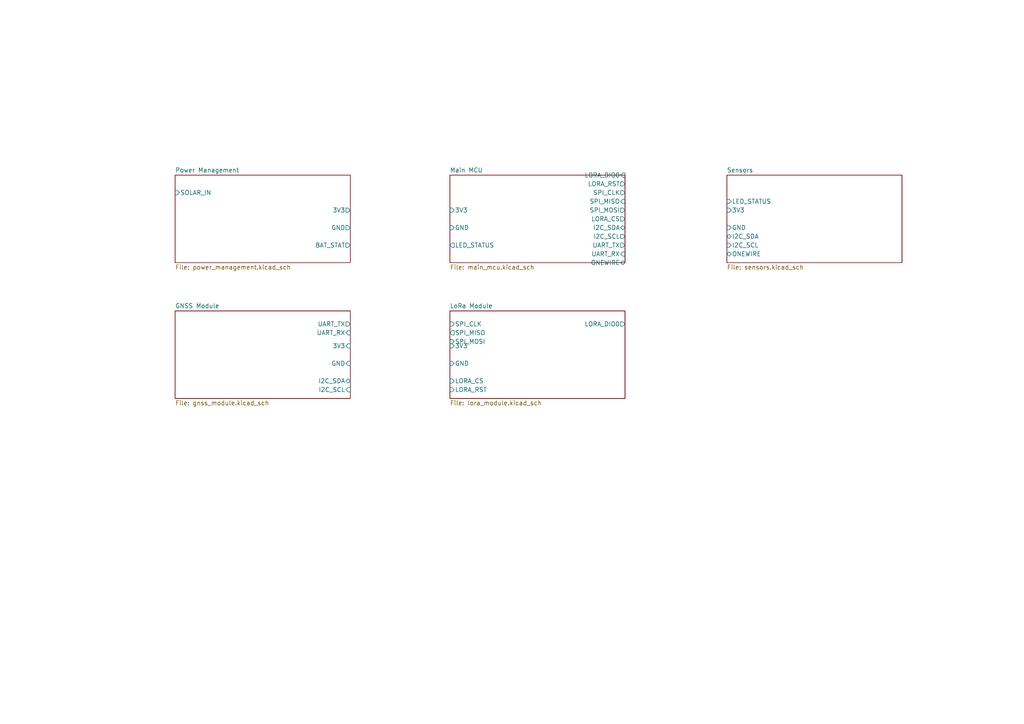
<source format=kicad_sch>
(kicad_sch
	(version 20250114)
	(generator "eeschema")
	(generator_version "9.0")
	(uuid "e63e39d7-6ac0-4ffd-8aa3-1841a4541b55")
	(paper "A4")
	(title_block
		(title "CowTag - Sistema Principal")
		(date "2025-06-21")
		(rev "v1.1")
		(company "FarmTag")
		(comment 1 "Collar inteligente para ganado")
		(comment 2 "GNSS + LoRa + Sensores + Solar")
		(comment 3 "Alcance >10km, Autonomía >30 días")
		(comment 4 "Diseño jerárquico modular")
	)
	(lib_symbols)
	(sheet
		(at 50.8 50.8)
		(size 50.8 25.4)
		(exclude_from_sim no)
		(in_bom yes)
		(on_board yes)
		(dnp no)
		(fields_autoplaced yes)
		(stroke
			(width 0.1524)
			(type solid)
		)
		(fill
			(color 0 0 0 0.0000)
		)
		(uuid "a98e83b6-08f6-4b22-9d8a-7b5c50f3f842")
		(property "Sheetname" "Power Management"
			(at 50.8 50.0894 0)
			(effects
				(font
					(size 1.27 1.27)
				)
				(justify left bottom)
			)
		)
		(property "Sheetfile" "power_management.kicad_sch"
			(at 50.8 76.7846 0)
			(effects
				(font
					(size 1.27 1.27)
				)
				(justify left top)
			)
		)
		(pin "3V3" output
			(at 101.6 60.96 0)
			(uuid "31b1e0c4-f8a9-4f5d-b2e8-9c4d7e6f1a2b")
			(effects
				(font
					(size 1.27 1.27)
				)
				(justify right)
			)
		)
		(pin "GND" output
			(at 101.6 66.04 0)
			(uuid "699bd837-1e2a-4275-8091-bdc9aa93330b")
			(effects
				(font
					(size 1.27 1.27)
				)
				(justify right)
			)
		)
		(pin "SOLAR_IN" input
			(at 50.8 55.88 180)
			(uuid "09b7da23-4c1d-4b28-93a0-48d257d14400")
			(effects
				(font
					(size 1.27 1.27)
				)
				(justify left)
			)
		)
		(pin "BAT_STAT" output
			(at 101.6 71.12 0)
			(uuid "993e2fbf-a249-4b62-8db4-970a0d0f30b6")
			(effects
				(font
					(size 1.27 1.27)
				)
				(justify right)
			)
		)
		(instances
			(project "cowtag_v1"
				(path "/e63e39d7-6ac0-4ffd-8aa3-1841a4541b55"
					(page "2")
				)
			)
		)
	)
	(sheet
		(at 130.48 90.17)
		(size 50.8 25.4)
		(exclude_from_sim no)
		(in_bom yes)
		(on_board yes)
		(dnp no)
		(fields_autoplaced yes)
		(stroke
			(width 0.1524)
			(type solid)
		)
		(fill
			(color 0 0 0 0.0000)
		)
		(uuid "b4e94d73-8f61-4c83-a5e4-73f2a6b9de42")
		(property "Sheetname" "LoRa Module"
			(at 130.48 89.4594 0)
			(effects
				(font
					(size 1.27 1.27)
				)
				(justify left bottom)
			)
		)
		(property "Sheetfile" "lora_module.kicad_sch"
			(at 130.48 116.1546 0)
			(effects
				(font
					(size 1.27 1.27)
				)
				(justify left top)
			)
		)
		(pin "3V3" input
			(at 130.48 100.33 180)
			(uuid "a9fb6856-25d1-4ce0-9cbb-44907ad2d602")
			(effects
				(font
					(size 1.27 1.27)
				)
				(justify left)
			)
		)
		(pin "GND" input
			(at 130.48 105.41 180)
			(uuid "b9089096-eac3-44f5-835a-81683ee18ce2")
			(effects
				(font
					(size 1.27 1.27)
				)
				(justify left)
			)
		)
		(pin "SPI_CLK" input
			(at 130.48 93.98 180)
			(uuid "e4cc8fed-f66d-455d-b5cd-193af0dd8a3b")
			(effects
				(font
					(size 1.27 1.27)
				)
				(justify left)
			)
		)
		(pin "SPI_MISO" output
			(at 130.48 96.52 180)
			(uuid "3a116f42-d6e1-4bbc-81c9-bcd21e43f033")
			(effects
				(font
					(size 1.27 1.27)
				)
				(justify left)
			)
		)
		(pin "SPI_MOSI" input
			(at 130.48 99.06 180)
			(uuid "8290e300-46e0-4177-b9a4-ee8c34d5ef2d")
			(effects
				(font
					(size 1.27 1.27)
				)
				(justify left)
			)
		)
		(pin "LORA_CS" input
			(at 130.48 110.49 180)
			(uuid "a642a079-3a5d-4b52-a8a0-bc1474377906")
			(effects
				(font
					(size 1.27 1.27)
				)
				(justify left)
			)
		)
		(pin "LORA_RST" input
			(at 130.48 113.03 180)
			(uuid "e9af9cd1-3a78-4163-9cc0-32d97cd57059")
			(effects
				(font
					(size 1.27 1.27)
				)
				(justify left)
			)
		)
		(pin "LORA_DIO0" output
			(at 181.28 93.98 0)
			(uuid "5a7e817b-1509-4bb2-868c-074fffad14a8")
			(effects
				(font
					(size 1.27 1.27)
				)
				(justify right)
			)
		)
		(instances
			(project "cowtag_v1"
				(path "/e63e39d7-6ac0-4ffd-8aa3-1841a4541b55"
					(page "5")
				)
			)
		)
	)
	(sheet
		(at 130.48 50.8)
		(size 50.8 25.4)
		(exclude_from_sim no)
		(in_bom yes)
		(on_board yes)
		(dnp no)
		(fields_autoplaced yes)
		(stroke
			(width 0.1524)
			(type solid)
		)
		(fill
			(color 0 0 0 0.0000)
		)
		(uuid "c7fb5e94-4d91-4e8a-9b5a-67394ab5fb2c")
		(property "Sheetname" "Main MCU"
			(at 130.48 50.0894 0)
			(effects
				(font
					(size 1.27 1.27)
				)
				(justify left bottom)
			)
		)
		(property "Sheetfile" "main_mcu.kicad_sch"
			(at 130.48 76.7846 0)
			(effects
				(font
					(size 1.27 1.27)
				)
				(justify left top)
			)
		)
		(pin "3V3" input
			(at 130.48 60.96 180)
			(uuid "48fe60ad-d3da-4ed2-8c33-464d8364a9f0")
			(effects
				(font
					(size 1.27 1.27)
				)
				(justify left)
			)
		)
		(pin "GND" input
			(at 130.48 66.04 180)
			(uuid "0e06960d-b0d9-40b7-9a6a-37d2fab7cf5d")
			(effects
				(font
					(size 1.27 1.27)
				)
				(justify left)
			)
		)
		(pin "SPI_CLK" output
			(at 181.28 55.88 0)
			(uuid "a0352e04-2afb-4723-bfce-7a3c3115c337")
			(effects
				(font
					(size 1.27 1.27)
				)
				(justify right)
			)
		)
		(pin "SPI_MISO" input
			(at 181.28 58.42 0)
			(uuid "b9d92878-e478-48aa-91a7-384eafdf0f06")
			(effects
				(font
					(size 1.27 1.27)
				)
				(justify right)
			)
		)
		(pin "SPI_MOSI" output
			(at 181.28 60.96 0)
			(uuid "5775fd7c-47a5-4542-9b81-2c1ead916b85")
			(effects
				(font
					(size 1.27 1.27)
				)
				(justify right)
			)
		)
		(pin "I2C_SDA" bidirectional
			(at 181.28 66.04 0)
			(uuid "42944ac7-6f17-437f-b96d-42ce04a94b3b")
			(effects
				(font
					(size 1.27 1.27)
				)
				(justify right)
			)
		)
		(pin "I2C_SCL" output
			(at 181.28 68.58 0)
			(uuid "a24147c9-4e2c-4e22-a79d-617c7eb92bdf")
			(effects
				(font
					(size 1.27 1.27)
				)
				(justify right)
			)
		)
		(pin "UART_TX" output
			(at 181.28 71.12 0)
			(uuid "b6a4b049-c56e-40fc-8e03-a1b442ea0d3c")
			(effects
				(font
					(size 1.27 1.27)
				)
				(justify right)
			)
		)
		(pin "UART_RX" input
			(at 181.28 73.66 0)
			(uuid "c9c49e2b-13f7-4a87-82e5-73d80e8d8c4f")
			(effects
				(font
					(size 1.27 1.27)
				)
				(justify right)
			)
		)
		(pin "ONEWIRE" bidirectional
			(at 181.28 76.2 0)
			(uuid "c26756f7-a998-4d08-83d6-c67de48f60ba")
			(effects
				(font
					(size 1.27 1.27)
				)
				(justify right)
			)
		)
		(pin "LORA_CS" output
			(at 181.28 63.5 0)
			(uuid "19e19da3-c23f-486e-bc4e-bf5764b90479")
			(effects
				(font
					(size 1.27 1.27)
				)
				(justify right)
			)
		)
		(pin "LORA_RST" output
			(at 181.28 53.34 0)
			(uuid "4a3302de-e7d8-4aca-a141-b0995eb92792")
			(effects
				(font
					(size 1.27 1.27)
				)
				(justify right)
			)
		)
		(pin "LORA_DIO0" input
			(at 181.28 50.8 0)
			(uuid "5e9f4bab-885a-40ae-bc23-cc1156d47c8c")
			(effects
				(font
					(size 1.27 1.27)
				)
				(justify right)
			)
		)
		(pin "LED_STATUS" output
			(at 130.48 71.12 180)
			(uuid "5a77c4bc-7583-48b0-8144-162e8de3279a")
			(effects
				(font
					(size 1.27 1.27)
				)
				(justify left)
			)
		)
		(instances
			(project "cowtag_v1"
				(path "/e63e39d7-6ac0-4ffd-8aa3-1841a4541b55"
					(page "4")
				)
			)
		)
	)
	(sheet
		(at 210.82 50.8)
		(size 50.8 25.4)
		(exclude_from_sim no)
		(in_bom yes)
		(on_board yes)
		(dnp no)
		(fields_autoplaced yes)
		(stroke
			(width 0.1524)
			(type solid)
		)
		(fill
			(color 0 0 0 0.0000)
		)
		(uuid "d5e72b94-8f61-4c83-a5e4-73f2a6b9de42")
		(property "Sheetname" "Sensors"
			(at 210.82 50.0894 0)
			(effects
				(font
					(size 1.27 1.27)
				)
				(justify left bottom)
			)
		)
		(property "Sheetfile" "sensors.kicad_sch"
			(at 210.82 76.7846 0)
			(effects
				(font
					(size 1.27 1.27)
				)
				(justify left top)
			)
		)
		(pin "3V3" input
			(at 210.82 60.96 180)
			(uuid "1699a803-f45f-4adb-b576-3480fd7d2d5b")
			(effects
				(font
					(size 1.27 1.27)
				)
				(justify left)
			)
		)
		(pin "GND" input
			(at 210.82 66.04 180)
			(uuid "981b55ec-c8a9-47e3-8cc2-d4d40e833001")
			(effects
				(font
					(size 1.27 1.27)
				)
				(justify left)
			)
		)
		(pin "I2C_SDA" bidirectional
			(at 210.82 68.58 180)
			(uuid "3ba5760f-b34b-4555-8561-cbafebc35626")
			(effects
				(font
					(size 1.27 1.27)
				)
				(justify left)
			)
		)
		(pin "I2C_SCL" input
			(at 210.82 71.12 180)
			(uuid "fcd739e2-5a74-4daf-92eb-851915ddf3eb")
			(effects
				(font
					(size 1.27 1.27)
				)
				(justify left)
			)
		)
		(pin "ONEWIRE" bidirectional
			(at 210.82 73.66 180)
			(uuid "fc9b2700-b1b6-4fbf-a18f-54a96e9ec445")
			(effects
				(font
					(size 1.27 1.27)
				)
				(justify left)
			)
		)
		(pin "LED_STATUS" input
			(at 210.82 58.42 180)
			(uuid "4c505e52-982d-4f62-b7cd-297369f6a27b")
			(effects
				(font
					(size 1.27 1.27)
				)
				(justify left)
			)
		)
		(instances
			(project "cowtag_v1"
				(path "/e63e39d7-6ac0-4ffd-8aa3-1841a4541b55"
					(page "6")
				)
			)
		)
	)
	(sheet
		(at 50.8 90.17)
		(size 50.8 25.4)
		(exclude_from_sim no)
		(in_bom yes)
		(on_board yes)
		(dnp no)
		(fields_autoplaced yes)
		(stroke
			(width 0.1524)
			(type solid)
		)
		(fill
			(color 0 0 0 0.0000)
		)
		(uuid "f8e92d84-7a81-4b73-b2c5-6e7395ba3f51")
		(property "Sheetname" "GNSS Module"
			(at 50.8 89.4594 0)
			(effects
				(font
					(size 1.27 1.27)
				)
				(justify left bottom)
			)
		)
		(property "Sheetfile" "gnss_module.kicad_sch"
			(at 50.8 116.1546 0)
			(effects
				(font
					(size 1.27 1.27)
				)
				(justify left top)
			)
		)
		(pin "3V3" input
			(at 101.6 100.33 0)
			(uuid "7bd5cbe8-55e5-4506-a9a3-ce48cc7ebd0a")
			(effects
				(font
					(size 1.27 1.27)
				)
				(justify right)
			)
		)
		(pin "GND" input
			(at 101.6 105.41 0)
			(uuid "591f716c-f6f4-47fc-bbe3-9da87fbe1671")
			(effects
				(font
					(size 1.27 1.27)
				)
				(justify right)
			)
		)
		(pin "UART_TX" output
			(at 101.6 93.98 0)
			(uuid "454dc34a-74bb-455c-8adb-1faee9ee668c")
			(effects
				(font
					(size 1.27 1.27)
				)
				(justify right)
			)
		)
		(pin "UART_RX" input
			(at 101.6 96.52 0)
			(uuid "5966492e-a209-4b21-b5f8-63de84f60b16")
			(effects
				(font
					(size 1.27 1.27)
				)
				(justify right)
			)
		)
		(pin "I2C_SDA" bidirectional
			(at 101.6 110.49 0)
			(uuid "755a3a5b-a9aa-4919-8c15-6936e9881a6f")
			(effects
				(font
					(size 1.27 1.27)
				)
				(justify right)
			)
		)
		(pin "I2C_SCL" input
			(at 101.6 113.03 0)
			(uuid "4d033ed8-f0fa-4ffb-9305-34f42dc8a2ce")
			(effects
				(font
					(size 1.27 1.27)
				)
				(justify right)
			)
		)
		(instances
			(project "cowtag_v1"
				(path "/e63e39d7-6ac0-4ffd-8aa3-1841a4541b55"
					(page "3")
				)
			)
		)
	)
	(sheet_instances
		(path "/"
			(page "1")
		)
	)
	(embedded_fonts no)
)

</source>
